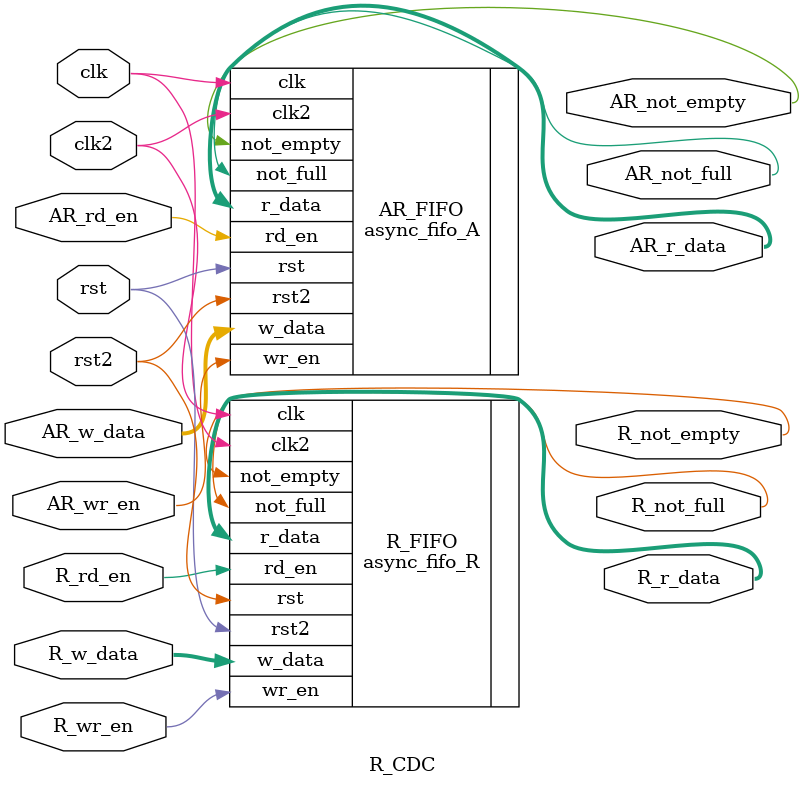
<source format=sv>
module R_CDC(
    input               clk,
    input               rst,
    input               clk2,
    input               rst2,
    input               AR_rd_en,
    input               AR_wr_en,
    input        [48:0] AR_w_data,
    input               R_rd_en,
    input               R_wr_en,
    input        [42:0] R_w_data,

    output logic        AR_not_empty,
    output logic        AR_not_full,
    output logic [48:0] AR_r_data,
    output logic        R_not_empty,
    output logic        R_not_full,
    output logic [42:0] R_r_data
);

async_fifo_A AR_FIFO(
    .clk            (clk),
    .rst            (rst),
    .clk2           (clk2),
    .rst2           (rst2),
    .rd_en          (AR_rd_en),
    .wr_en          (AR_wr_en),
    .w_data         (AR_w_data),

    .not_empty      (AR_not_empty),
    .not_full       (AR_not_full),
    .r_data         (AR_r_data)
);

async_fifo_R R_FIFO (
    .clk            (clk2),
    .rst            (rst2),
    .clk2           (clk),
    .rst2           (rst),
    .rd_en          (R_rd_en),
    .wr_en          (R_wr_en),
    .w_data         (R_w_data),

    .not_empty      (R_not_empty),
    .not_full       (R_not_full),
    .r_data         (R_r_data)
);

endmodule
</source>
